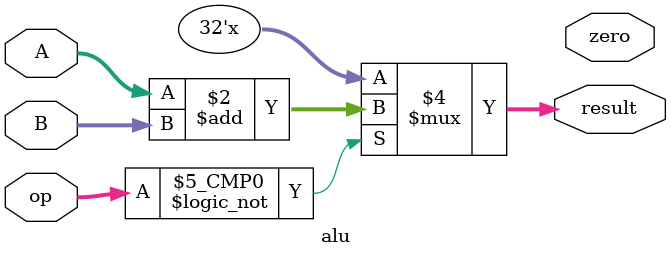
<source format=v>
module alu #(
    parameter WIDTH = 32
)(
    input [WIDTH-1:0] A,
    input [WIDTH-1:0] B,
    input [3:0] op,
    output reg [WIDTH-1:0] result,
    output zero
);
always @(*)
    case (op)
        4'b0000: result = A + B;
    endcase
endmodule
</source>
